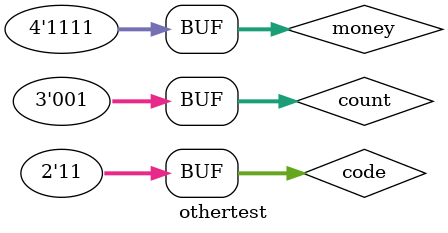
<source format=v>
`timescale 1ns / 1ps


module othertest;

	// Inputs
	reg [1:0] code;
	reg [2:0] count;
	reg [3:0] money;

	// Outputs
	wire posibility;
	wire [3:0] remaining;

	// Instantiate the Unit Under Test (UUT)
	vendingmachine uut (
		.code(code), 
		.count(count), 
		.money(money), 
		.posibility(posibility), 
		.remaining(remaining)
	);

	initial begin
		// Initialize Inputs
		code = 0;
		count = 0;
		money = 0;

		// Wait 100 ns for global reset to finish
		#100;
        
		// Add stimulus here
		
		code = 2'b00;
		count = 3'b001;
		money = 4'b1111;	
		
		#100;
		
		code = 2'b01;
		count = 3'b001;
		money = 4'b1111;	
		
		#100;
		
		code = 2'b10;
		count = 3'b001;
		money = 4'b1111;	
		
		#100;
		
		code = 2'b11;
		count = 3'b001;
		money = 4'b1111;	

	end
      
endmodule


</source>
